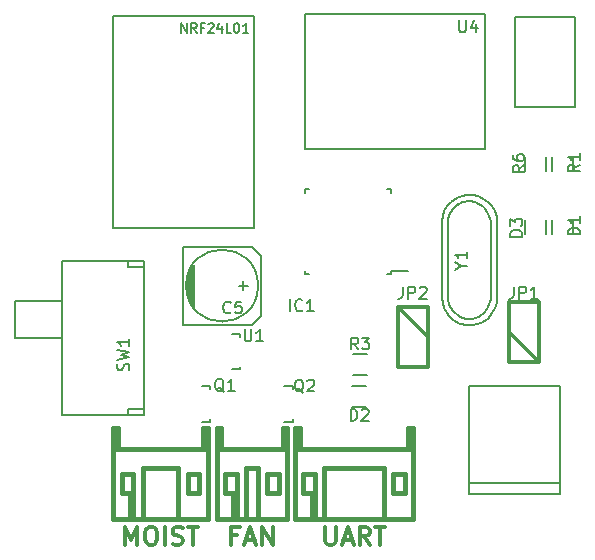
<source format=gto>
G04 #@! TF.FileFunction,Legend,Top*
%FSLAX46Y46*%
G04 Gerber Fmt 4.6, Leading zero omitted, Abs format (unit mm)*
G04 Created by KiCad (PCBNEW 4.0.2+e4-6225~38~ubuntu14.04.1-stable) date Sat Jul  9 19:21:58 2016*
%MOMM*%
G01*
G04 APERTURE LIST*
%ADD10C,0.150000*%
%ADD11C,0.200000*%
%ADD12C,0.381000*%
%ADD13C,0.304800*%
%ADD14C,0.203200*%
G04 APERTURE END LIST*
D10*
D11*
X6070952Y38055595D02*
X6070952Y38855595D01*
X6528095Y38055595D01*
X6528095Y38855595D01*
X7366190Y38055595D02*
X7099523Y38436548D01*
X6909047Y38055595D02*
X6909047Y38855595D01*
X7213809Y38855595D01*
X7290000Y38817500D01*
X7328095Y38779405D01*
X7366190Y38703214D01*
X7366190Y38588929D01*
X7328095Y38512738D01*
X7290000Y38474643D01*
X7213809Y38436548D01*
X6909047Y38436548D01*
X7975714Y38474643D02*
X7709047Y38474643D01*
X7709047Y38055595D02*
X7709047Y38855595D01*
X8090000Y38855595D01*
X8356666Y38779405D02*
X8394761Y38817500D01*
X8470952Y38855595D01*
X8661428Y38855595D01*
X8737618Y38817500D01*
X8775714Y38779405D01*
X8813809Y38703214D01*
X8813809Y38627024D01*
X8775714Y38512738D01*
X8318571Y38055595D01*
X8813809Y38055595D01*
X9499523Y38588929D02*
X9499523Y38055595D01*
X9309047Y38893690D02*
X9118571Y38322262D01*
X9613809Y38322262D01*
X10299524Y38055595D02*
X9918571Y38055595D01*
X9918571Y38855595D01*
X10718571Y38855595D02*
X10794762Y38855595D01*
X10870952Y38817500D01*
X10909047Y38779405D01*
X10947143Y38703214D01*
X10985238Y38550833D01*
X10985238Y38360357D01*
X10947143Y38207976D01*
X10909047Y38131786D01*
X10870952Y38093690D01*
X10794762Y38055595D01*
X10718571Y38055595D01*
X10642381Y38093690D01*
X10604285Y38131786D01*
X10566190Y38207976D01*
X10528095Y38360357D01*
X10528095Y38550833D01*
X10566190Y38703214D01*
X10604285Y38779405D01*
X10642381Y38817500D01*
X10718571Y38855595D01*
X11747143Y38055595D02*
X11290000Y38055595D01*
X11518571Y38055595D02*
X11518571Y38855595D01*
X11442381Y38741310D01*
X11366190Y38665119D01*
X11290000Y38627024D01*
D12*
X17401540Y-924560D02*
X17401540Y-3124200D01*
X17401540Y-3124200D02*
X17101820Y-3124200D01*
X17101820Y-3124200D02*
X17101820Y-924560D01*
X23200360Y1176020D02*
X18201640Y1176020D01*
X15699740Y-3124200D02*
X25702260Y-3124200D01*
X15699740Y2776220D02*
X25702260Y2776220D01*
X23200360Y1176020D02*
X23200360Y-3124200D01*
X18199100Y1176020D02*
X18199100Y-3124200D01*
X23997920Y-924560D02*
X23997920Y675640D01*
X24998680Y-924560D02*
X23997920Y-924560D01*
X24998680Y675640D02*
X24998680Y-924560D01*
X23997920Y675640D02*
X24998680Y675640D01*
X16398240Y675640D02*
X17399000Y675640D01*
X17399000Y675640D02*
X17399000Y-924560D01*
X17399000Y-924560D02*
X16398240Y-924560D01*
X16398240Y-924560D02*
X16398240Y675640D01*
X25499060Y4574540D02*
X25499060Y2776220D01*
X15902940Y4574540D02*
X15902940Y2776220D01*
X25699720Y-3124200D02*
X25699720Y4574540D01*
X25699720Y4574540D02*
X25300940Y4574540D01*
X25300940Y4574540D02*
X25300940Y2776220D01*
X16101060Y2776220D02*
X16101060Y4574540D01*
X16101060Y4574540D02*
X15702280Y4574540D01*
X15702280Y4574540D02*
X15702280Y-3124200D01*
X10764520Y-924560D02*
X10764520Y-3124200D01*
X10764520Y-3124200D02*
X10464800Y-3124200D01*
X10464800Y-3124200D02*
X10464800Y-924560D01*
X12565380Y1176020D02*
X12565380Y-3124200D01*
X11564620Y1176020D02*
X11564620Y-3124200D01*
X12565380Y1176020D02*
X11564620Y1176020D01*
X13362940Y-924560D02*
X13362940Y675640D01*
X14363700Y-924560D02*
X13362940Y-924560D01*
X14363700Y675640D02*
X14363700Y-924560D01*
X13362940Y675640D02*
X14363700Y675640D01*
X9763760Y675640D02*
X10764520Y675640D01*
X10764520Y675640D02*
X10764520Y-924560D01*
X10764520Y-924560D02*
X9763760Y-924560D01*
X9763760Y-924560D02*
X9763760Y675640D01*
X15064740Y2776220D02*
X9065260Y2776220D01*
X14864080Y4574540D02*
X14864080Y2776220D01*
X9265920Y4574540D02*
X9265920Y2776220D01*
X9065260Y-3124200D02*
X15064740Y-3124200D01*
X15064740Y-3124200D02*
X15064740Y4574540D01*
X15064740Y4574540D02*
X14665960Y4574540D01*
X14665960Y4574540D02*
X14665960Y2776220D01*
X9464040Y2776220D02*
X9464040Y4574540D01*
X9464040Y4574540D02*
X9065260Y4574540D01*
X9065260Y4574540D02*
X9065260Y-3124200D01*
D10*
X7823200Y8103820D02*
X8524240Y8103820D01*
X8524240Y8103820D02*
X8524240Y7854900D01*
X8524240Y5304840D02*
X8524240Y5104180D01*
X8524240Y5104180D02*
X7823200Y5104180D01*
X14808200Y8103820D02*
X15509240Y8103820D01*
X15509240Y8103820D02*
X15509240Y7854900D01*
X15509240Y5304840D02*
X15509240Y5104180D01*
X15509240Y5104180D02*
X14808200Y5104180D01*
X10363200Y12548820D02*
X11064240Y12548820D01*
X11064240Y12548820D02*
X11064240Y12299900D01*
X11064240Y9749840D02*
X11064240Y9549180D01*
X11064240Y9549180D02*
X10363200Y9549180D01*
X272000Y21480000D02*
X272000Y39480000D01*
X272000Y39480000D02*
X12272000Y39480000D01*
X12272000Y39480000D02*
X12272000Y21480000D01*
X12272000Y21480000D02*
X272000Y21480000D01*
X30439360Y-43180D02*
X38140640Y-43180D01*
X30439360Y-1043940D02*
X38140640Y-1043940D01*
X38140640Y-1043940D02*
X38140640Y8155940D01*
X38140640Y8155940D02*
X30439360Y8155940D01*
X30439360Y8155940D02*
X30439360Y-1043940D01*
X39370000Y39370000D02*
X34290000Y39370000D01*
X34290000Y39370000D02*
X34290000Y31750000D01*
X34290000Y31750000D02*
X39370000Y31750000D01*
X39370000Y31750000D02*
X39370000Y39370000D01*
D13*
X36322000Y10160000D02*
X33782000Y12700000D01*
X36322000Y15240000D02*
X36322000Y10160000D01*
X33782000Y10160000D02*
X33782000Y15240000D01*
X36322000Y10160000D02*
X33782000Y10160000D01*
X33782000Y15240000D02*
X36322000Y15240000D01*
D10*
X-4000000Y12192000D02*
X-8000000Y12192000D01*
X-8000000Y12192000D02*
X-8000000Y15292000D01*
X-8000000Y15292000D02*
X-4000000Y15292000D01*
X1600000Y18692000D02*
X1600000Y18192000D01*
X1600000Y18192000D02*
X2900000Y18192000D01*
X1600000Y5692000D02*
X1600000Y6192000D01*
X1600000Y6192000D02*
X2900000Y6192000D01*
X-2900000Y18692000D02*
X-4000000Y18692000D01*
X-2900000Y5692000D02*
X-4000000Y5692000D01*
X0Y18692000D02*
X-2900000Y18692000D01*
X-4000000Y18692000D02*
X-4000000Y5692000D01*
X-2900000Y5692000D02*
X2900000Y5692000D01*
X2900000Y5692000D02*
X2900000Y18692000D01*
X2900000Y18692000D02*
X0Y18692000D01*
D12*
X2016760Y-924560D02*
X2016760Y-3124200D01*
X2016760Y-3124200D02*
X1717040Y-3124200D01*
X1717040Y-3124200D02*
X1717040Y-924560D01*
X317500Y2776220D02*
X8318500Y2776220D01*
X2816860Y1176020D02*
X5819140Y1176020D01*
X317500Y-3124200D02*
X8318500Y-3124200D01*
X5816600Y1176020D02*
X5816600Y-3124200D01*
X2816860Y1176020D02*
X2816860Y-3124200D01*
X6614160Y-924560D02*
X6614160Y675640D01*
X7614920Y-924560D02*
X6614160Y-924560D01*
X7614920Y675640D02*
X7614920Y-924560D01*
X6614160Y675640D02*
X7614920Y675640D01*
X1016000Y675640D02*
X2016760Y675640D01*
X2016760Y675640D02*
X2016760Y-924560D01*
X2016760Y-924560D02*
X1016000Y-924560D01*
X1016000Y-924560D02*
X1016000Y675640D01*
X8117840Y4574540D02*
X8117840Y2776220D01*
X518160Y4574540D02*
X518160Y2776220D01*
X8318500Y-3124200D02*
X8318500Y4574540D01*
X8318500Y4574540D02*
X7919720Y4574540D01*
X7919720Y4574540D02*
X7919720Y2776220D01*
X716280Y2776220D02*
X716280Y4574540D01*
X716280Y4574540D02*
X317500Y4574540D01*
X317500Y4574540D02*
X317500Y-3124200D01*
D10*
X23818000Y17584000D02*
X23818000Y17909000D01*
X16568000Y17584000D02*
X16568000Y17909000D01*
X16568000Y24834000D02*
X16568000Y24509000D01*
X23818000Y24834000D02*
X23818000Y24509000D01*
X23818000Y17584000D02*
X23493000Y17584000D01*
X23818000Y24834000D02*
X23493000Y24834000D01*
X16568000Y24834000D02*
X16893000Y24834000D01*
X16568000Y17584000D02*
X16893000Y17584000D01*
X23818000Y17909000D02*
X25243000Y17909000D01*
X6604000Y17399000D02*
X6604000Y15875000D01*
X6731000Y15494000D02*
X6731000Y17780000D01*
X6858000Y18034000D02*
X6858000Y15240000D01*
X6985000Y14986000D02*
X6985000Y18288000D01*
X7112000Y18415000D02*
X7112000Y14859000D01*
X6223000Y19939000D02*
X6223000Y13335000D01*
X6223000Y13335000D02*
X12065000Y13335000D01*
X12065000Y13335000D02*
X12827000Y14097000D01*
X12827000Y14097000D02*
X12827000Y19177000D01*
X12827000Y19177000D02*
X12065000Y19939000D01*
X12065000Y19939000D02*
X6223000Y19939000D01*
X11684000Y16637000D02*
X10922000Y16637000D01*
X11303000Y17018000D02*
X11303000Y16256000D01*
X12573000Y16637000D02*
G75*
G03X12573000Y16637000I-3048000J0D01*
G01*
X39229000Y22190000D02*
X39229000Y20990000D01*
X37479000Y20990000D02*
X37479000Y22190000D01*
X20529000Y8114000D02*
X21729000Y8114000D01*
X21729000Y6364000D02*
X20529000Y6364000D01*
X35193000Y20990000D02*
X35193000Y22190000D01*
X36943000Y22190000D02*
X36943000Y20990000D01*
X37479000Y26324000D02*
X37479000Y27524000D01*
X39229000Y27524000D02*
X39229000Y26324000D01*
X21809000Y9094500D02*
X20609000Y9094500D01*
X20609000Y10844500D02*
X21809000Y10844500D01*
X36943000Y27524000D02*
X36943000Y26324000D01*
X35193000Y26324000D02*
X35193000Y27524000D01*
X31750000Y28194000D02*
X31750000Y39624000D01*
X31750000Y39624000D02*
X16510000Y39624000D01*
X16510000Y39624000D02*
X16510000Y28194000D01*
X16510000Y28194000D02*
X31750000Y28194000D01*
X29479240Y23495000D02*
X29880560Y23695660D01*
X29880560Y23695660D02*
X30480000Y23797260D01*
X30480000Y23797260D02*
X30980380Y23695660D01*
X30980380Y23695660D02*
X31678880Y23296880D01*
X31678880Y23296880D02*
X32080200Y22694900D01*
X32080200Y22694900D02*
X32280860Y22095460D01*
X32280860Y22095460D02*
X32280860Y15496540D01*
X32280860Y15496540D02*
X32080200Y14795500D01*
X32080200Y14795500D02*
X31780480Y14396720D01*
X31780480Y14396720D02*
X31280100Y13995400D01*
X31280100Y13995400D02*
X30680660Y13794740D01*
X30680660Y13794740D02*
X30180280Y13794740D01*
X30180280Y13794740D02*
X29679900Y13995400D01*
X29679900Y13995400D02*
X29080460Y14495780D01*
X29080460Y14495780D02*
X28780740Y14996160D01*
X28780740Y14996160D02*
X28679140Y15496540D01*
X28679140Y15595600D02*
X28679140Y22197060D01*
X28679140Y22197060D02*
X28780740Y22595840D01*
X28780740Y22595840D02*
X29080460Y23096220D01*
X29080460Y23096220D02*
X29580840Y23596600D01*
X28150820Y15605760D02*
X28199080Y15146020D01*
X28199080Y15146020D02*
X28310840Y14747240D01*
X28310840Y14747240D02*
X28529280Y14315440D01*
X28529280Y14315440D02*
X28760420Y14025880D01*
X28760420Y14025880D02*
X29110940Y13695680D01*
X29110940Y13695680D02*
X29649420Y13406120D01*
X29649420Y13406120D02*
X30248860Y13276580D01*
X30248860Y13276580D02*
X30759400Y13276580D01*
X30759400Y13276580D02*
X31460440Y13446760D01*
X31460440Y13446760D02*
X32049720Y13845540D01*
X32049720Y13845540D02*
X32420560Y14305280D01*
X32420560Y14305280D02*
X32628840Y14726920D01*
X32628840Y14726920D02*
X32788860Y15176500D01*
X32788860Y15176500D02*
X32819340Y15615920D01*
X32600900Y22956520D02*
X32379920Y23334980D01*
X32379920Y23334980D02*
X32100520Y23655020D01*
X32100520Y23655020D02*
X31770320Y23906480D01*
X31770320Y23906480D02*
X31219140Y24206200D01*
X31219140Y24206200D02*
X30749240Y24315420D01*
X30749240Y24315420D02*
X30289500Y24335740D01*
X30289500Y24335740D02*
X29829760Y24246840D01*
X29829760Y24246840D02*
X29380180Y24056340D01*
X29380180Y24056340D02*
X28910280Y23695660D01*
X28910280Y23695660D02*
X28590240Y23345140D01*
X28590240Y23345140D02*
X28359100Y22956520D01*
X28359100Y22956520D02*
X28219400Y22527260D01*
X28219400Y22527260D02*
X28150820Y22085300D01*
X32809180Y15595600D02*
X32809180Y22047200D01*
X32809180Y22047200D02*
X32771080Y22466300D01*
X32771080Y22466300D02*
X32600900Y22956520D01*
X28150820Y15595600D02*
X28150820Y22047200D01*
D13*
X24384000Y14859000D02*
X26924000Y12319000D01*
X24384000Y9779000D02*
X24384000Y14859000D01*
X26924000Y14859000D02*
X26924000Y9779000D01*
X24384000Y14859000D02*
X26924000Y14859000D01*
X26924000Y9779000D02*
X24384000Y9779000D01*
X18269857Y-3790769D02*
X18269857Y-5024483D01*
X18342429Y-5169626D01*
X18415000Y-5242197D01*
X18560143Y-5314769D01*
X18850429Y-5314769D01*
X18995571Y-5242197D01*
X19068143Y-5169626D01*
X19140714Y-5024483D01*
X19140714Y-3790769D01*
X19793857Y-4879340D02*
X20519571Y-4879340D01*
X19648714Y-5314769D02*
X20156714Y-3790769D01*
X20664714Y-5314769D01*
X22043571Y-5314769D02*
X21535571Y-4589054D01*
X21172714Y-5314769D02*
X21172714Y-3790769D01*
X21753286Y-3790769D01*
X21898428Y-3863340D01*
X21971000Y-3935911D01*
X22043571Y-4081054D01*
X22043571Y-4298769D01*
X21971000Y-4443911D01*
X21898428Y-4516483D01*
X21753286Y-4589054D01*
X21172714Y-4589054D01*
X22479000Y-3790769D02*
X23349857Y-3790769D01*
X22914428Y-5314769D02*
X22914428Y-3790769D01*
X10831286Y-4516483D02*
X10323286Y-4516483D01*
X10323286Y-5314769D02*
X10323286Y-3790769D01*
X11049000Y-3790769D01*
X11557001Y-4879340D02*
X12282715Y-4879340D01*
X11411858Y-5314769D02*
X11919858Y-3790769D01*
X12427858Y-5314769D01*
X12935858Y-5314769D02*
X12935858Y-3790769D01*
X13806715Y-5314769D01*
X13806715Y-3790769D01*
D10*
X9683762Y7643881D02*
X9588524Y7691500D01*
X9493286Y7786738D01*
X9350429Y7929595D01*
X9255190Y7977214D01*
X9159952Y7977214D01*
X9207571Y7739119D02*
X9112333Y7786738D01*
X9017095Y7881976D01*
X8969476Y8072452D01*
X8969476Y8405786D01*
X9017095Y8596262D01*
X9112333Y8691500D01*
X9207571Y8739119D01*
X9398048Y8739119D01*
X9493286Y8691500D01*
X9588524Y8596262D01*
X9636143Y8405786D01*
X9636143Y8072452D01*
X9588524Y7881976D01*
X9493286Y7786738D01*
X9398048Y7739119D01*
X9207571Y7739119D01*
X10588524Y7739119D02*
X10017095Y7739119D01*
X10302809Y7739119D02*
X10302809Y8739119D01*
X10207571Y8596262D01*
X10112333Y8501024D01*
X10017095Y8453405D01*
X16414762Y7580381D02*
X16319524Y7628000D01*
X16224286Y7723238D01*
X16081429Y7866095D01*
X15986190Y7913714D01*
X15890952Y7913714D01*
X15938571Y7675619D02*
X15843333Y7723238D01*
X15748095Y7818476D01*
X15700476Y8008952D01*
X15700476Y8342286D01*
X15748095Y8532762D01*
X15843333Y8628000D01*
X15938571Y8675619D01*
X16129048Y8675619D01*
X16224286Y8628000D01*
X16319524Y8532762D01*
X16367143Y8342286D01*
X16367143Y8008952D01*
X16319524Y7818476D01*
X16224286Y7723238D01*
X16129048Y7675619D01*
X15938571Y7675619D01*
X16748095Y8580381D02*
X16795714Y8628000D01*
X16890952Y8675619D01*
X17129048Y8675619D01*
X17224286Y8628000D01*
X17271905Y8580381D01*
X17319524Y8485143D01*
X17319524Y8389905D01*
X17271905Y8247048D01*
X16700476Y7675619D01*
X17319524Y7675619D01*
X11430095Y12930119D02*
X11430095Y12120595D01*
X11477714Y12025357D01*
X11525333Y11977738D01*
X11620571Y11930119D01*
X11811048Y11930119D01*
X11906286Y11977738D01*
X11953905Y12025357D01*
X12001524Y12120595D01*
X12001524Y12930119D01*
X13001524Y11930119D02*
X12430095Y11930119D01*
X12715809Y11930119D02*
X12715809Y12930119D01*
X12620571Y12787262D01*
X12525333Y12692024D01*
X12430095Y12644405D01*
D14*
X34205333Y16558381D02*
X34205333Y15832667D01*
X34156953Y15687524D01*
X34060191Y15590762D01*
X33915048Y15542381D01*
X33818286Y15542381D01*
X34689143Y15542381D02*
X34689143Y16558381D01*
X35076190Y16558381D01*
X35172952Y16510000D01*
X35221333Y16461619D01*
X35269714Y16364857D01*
X35269714Y16219714D01*
X35221333Y16122952D01*
X35172952Y16074571D01*
X35076190Y16026190D01*
X34689143Y16026190D01*
X36237333Y15542381D02*
X35656762Y15542381D01*
X35947048Y15542381D02*
X35947048Y16558381D01*
X35850286Y16413238D01*
X35753524Y16316476D01*
X35656762Y16268095D01*
D10*
X1611262Y9461667D02*
X1658881Y9604524D01*
X1658881Y9842620D01*
X1611262Y9937858D01*
X1563643Y9985477D01*
X1468405Y10033096D01*
X1373167Y10033096D01*
X1277929Y9985477D01*
X1230310Y9937858D01*
X1182690Y9842620D01*
X1135071Y9652143D01*
X1087452Y9556905D01*
X1039833Y9509286D01*
X944595Y9461667D01*
X849357Y9461667D01*
X754119Y9509286D01*
X706500Y9556905D01*
X658881Y9652143D01*
X658881Y9890239D01*
X706500Y10033096D01*
X658881Y10366429D02*
X1658881Y10604524D01*
X944595Y10795001D01*
X1658881Y10985477D01*
X658881Y11223572D01*
X1658881Y12128334D02*
X1658881Y11556905D01*
X1658881Y11842619D02*
X658881Y11842619D01*
X801738Y11747381D01*
X896976Y11652143D01*
X944595Y11556905D01*
D13*
X1342572Y-5314769D02*
X1342572Y-3790769D01*
X1850572Y-4879340D01*
X2358572Y-3790769D01*
X2358572Y-5314769D01*
X3374572Y-3790769D02*
X3664858Y-3790769D01*
X3810000Y-3863340D01*
X3955143Y-4008483D01*
X4027715Y-4298769D01*
X4027715Y-4806769D01*
X3955143Y-5097054D01*
X3810000Y-5242197D01*
X3664858Y-5314769D01*
X3374572Y-5314769D01*
X3229429Y-5242197D01*
X3084286Y-5097054D01*
X3011715Y-4806769D01*
X3011715Y-4298769D01*
X3084286Y-4008483D01*
X3229429Y-3863340D01*
X3374572Y-3790769D01*
X4680857Y-5314769D02*
X4680857Y-3790769D01*
X5334000Y-5242197D02*
X5551714Y-5314769D01*
X5914571Y-5314769D01*
X6059714Y-5242197D01*
X6132285Y-5169626D01*
X6204857Y-5024483D01*
X6204857Y-4879340D01*
X6132285Y-4734197D01*
X6059714Y-4661626D01*
X5914571Y-4589054D01*
X5624285Y-4516483D01*
X5479143Y-4443911D01*
X5406571Y-4371340D01*
X5334000Y-4226197D01*
X5334000Y-4081054D01*
X5406571Y-3935911D01*
X5479143Y-3863340D01*
X5624285Y-3790769D01*
X5987143Y-3790769D01*
X6204857Y-3863340D01*
X6640286Y-3790769D02*
X7511143Y-3790769D01*
X7075714Y-5314769D02*
X7075714Y-3790769D01*
D10*
X15279810Y14470119D02*
X15279810Y15470119D01*
X16327429Y14565357D02*
X16279810Y14517738D01*
X16136953Y14470119D01*
X16041715Y14470119D01*
X15898857Y14517738D01*
X15803619Y14612976D01*
X15756000Y14708214D01*
X15708381Y14898690D01*
X15708381Y15041548D01*
X15756000Y15232024D01*
X15803619Y15327262D01*
X15898857Y15422500D01*
X16041715Y15470119D01*
X16136953Y15470119D01*
X16279810Y15422500D01*
X16327429Y15374881D01*
X17279810Y14470119D02*
X16708381Y14470119D01*
X16994095Y14470119D02*
X16994095Y15470119D01*
X16898857Y15327262D01*
X16803619Y15232024D01*
X16708381Y15184405D01*
X10247334Y14374857D02*
X10199715Y14327238D01*
X10056858Y14279619D01*
X9961620Y14279619D01*
X9818762Y14327238D01*
X9723524Y14422476D01*
X9675905Y14517714D01*
X9628286Y14708190D01*
X9628286Y14851048D01*
X9675905Y15041524D01*
X9723524Y15136762D01*
X9818762Y15232000D01*
X9961620Y15279619D01*
X10056858Y15279619D01*
X10199715Y15232000D01*
X10247334Y15184381D01*
X11152096Y15279619D02*
X10675905Y15279619D01*
X10628286Y14803429D01*
X10675905Y14851048D01*
X10771143Y14898667D01*
X11009239Y14898667D01*
X11104477Y14851048D01*
X11152096Y14803429D01*
X11199715Y14708190D01*
X11199715Y14470095D01*
X11152096Y14374857D01*
X11104477Y14327238D01*
X11009239Y14279619D01*
X10771143Y14279619D01*
X10675905Y14327238D01*
X10628286Y14374857D01*
X39822381Y20978905D02*
X38822381Y20978905D01*
X38822381Y21217000D01*
X38870000Y21359858D01*
X38965238Y21455096D01*
X39060476Y21502715D01*
X39250952Y21550334D01*
X39393810Y21550334D01*
X39584286Y21502715D01*
X39679524Y21455096D01*
X39774762Y21359858D01*
X39822381Y21217000D01*
X39822381Y20978905D01*
X39822381Y22502715D02*
X39822381Y21931286D01*
X39822381Y22217000D02*
X38822381Y22217000D01*
X38965238Y22121762D01*
X39060476Y22026524D01*
X39108095Y21931286D01*
X20407405Y5199119D02*
X20407405Y6199119D01*
X20645500Y6199119D01*
X20788358Y6151500D01*
X20883596Y6056262D01*
X20931215Y5961024D01*
X20978834Y5770548D01*
X20978834Y5627690D01*
X20931215Y5437214D01*
X20883596Y5341976D01*
X20788358Y5246738D01*
X20645500Y5199119D01*
X20407405Y5199119D01*
X21359786Y6103881D02*
X21407405Y6151500D01*
X21502643Y6199119D01*
X21740739Y6199119D01*
X21835977Y6151500D01*
X21883596Y6103881D01*
X21931215Y6008643D01*
X21931215Y5913405D01*
X21883596Y5770548D01*
X21312167Y5199119D01*
X21931215Y5199119D01*
X34932881Y20788405D02*
X33932881Y20788405D01*
X33932881Y21026500D01*
X33980500Y21169358D01*
X34075738Y21264596D01*
X34170976Y21312215D01*
X34361452Y21359834D01*
X34504310Y21359834D01*
X34694786Y21312215D01*
X34790024Y21264596D01*
X34885262Y21169358D01*
X34932881Y21026500D01*
X34932881Y20788405D01*
X33932881Y21693167D02*
X33932881Y22312215D01*
X34313833Y21978881D01*
X34313833Y22121739D01*
X34361452Y22216977D01*
X34409071Y22264596D01*
X34504310Y22312215D01*
X34742405Y22312215D01*
X34837643Y22264596D01*
X34885262Y22216977D01*
X34932881Y22121739D01*
X34932881Y21836024D01*
X34885262Y21740786D01*
X34837643Y21693167D01*
X39822381Y26884334D02*
X39346190Y26551000D01*
X39822381Y26312905D02*
X38822381Y26312905D01*
X38822381Y26693858D01*
X38870000Y26789096D01*
X38917619Y26836715D01*
X39012857Y26884334D01*
X39155714Y26884334D01*
X39250952Y26836715D01*
X39298571Y26789096D01*
X39346190Y26693858D01*
X39346190Y26312905D01*
X39822381Y27836715D02*
X39822381Y27265286D01*
X39822381Y27551000D02*
X38822381Y27551000D01*
X38965238Y27455762D01*
X39060476Y27360524D01*
X39108095Y27265286D01*
X21042334Y11231619D02*
X20709000Y11707810D01*
X20470905Y11231619D02*
X20470905Y12231619D01*
X20851858Y12231619D01*
X20947096Y12184000D01*
X20994715Y12136381D01*
X21042334Y12041143D01*
X21042334Y11898286D01*
X20994715Y11803048D01*
X20947096Y11755429D01*
X20851858Y11707810D01*
X20470905Y11707810D01*
X21375667Y12231619D02*
X21994715Y12231619D01*
X21661381Y11850667D01*
X21804239Y11850667D01*
X21899477Y11803048D01*
X21947096Y11755429D01*
X21994715Y11660190D01*
X21994715Y11422095D01*
X21947096Y11326857D01*
X21899477Y11279238D01*
X21804239Y11231619D01*
X21518524Y11231619D01*
X21423286Y11279238D01*
X21375667Y11326857D01*
X35123381Y26820834D02*
X34647190Y26487500D01*
X35123381Y26249405D02*
X34123381Y26249405D01*
X34123381Y26630358D01*
X34171000Y26725596D01*
X34218619Y26773215D01*
X34313857Y26820834D01*
X34456714Y26820834D01*
X34551952Y26773215D01*
X34599571Y26725596D01*
X34647190Y26630358D01*
X34647190Y26249405D01*
X34123381Y27677977D02*
X34123381Y27487500D01*
X34171000Y27392262D01*
X34218619Y27344643D01*
X34361476Y27249405D01*
X34551952Y27201786D01*
X34932905Y27201786D01*
X35028143Y27249405D01*
X35075762Y27297024D01*
X35123381Y27392262D01*
X35123381Y27582739D01*
X35075762Y27677977D01*
X35028143Y27725596D01*
X34932905Y27773215D01*
X34694810Y27773215D01*
X34599571Y27725596D01*
X34551952Y27677977D01*
X34504333Y27582739D01*
X34504333Y27392262D01*
X34551952Y27297024D01*
X34599571Y27249405D01*
X34694810Y27201786D01*
X29591095Y39092119D02*
X29591095Y38282595D01*
X29638714Y38187357D01*
X29686333Y38139738D01*
X29781571Y38092119D01*
X29972048Y38092119D01*
X30067286Y38139738D01*
X30114905Y38187357D01*
X30162524Y38282595D01*
X30162524Y39092119D01*
X31067286Y38758786D02*
X31067286Y38092119D01*
X30829190Y39139738D02*
X30591095Y38425452D01*
X31210143Y38425452D01*
X29757690Y18319809D02*
X30233881Y18319809D01*
X29233881Y17986476D02*
X29757690Y18319809D01*
X29233881Y18653143D01*
X30233881Y19510286D02*
X30233881Y18938857D01*
X30233881Y19224571D02*
X29233881Y19224571D01*
X29376738Y19129333D01*
X29471976Y19034095D01*
X29519595Y18938857D01*
D14*
X24807333Y16558381D02*
X24807333Y15832667D01*
X24758953Y15687524D01*
X24662191Y15590762D01*
X24517048Y15542381D01*
X24420286Y15542381D01*
X25291143Y15542381D02*
X25291143Y16558381D01*
X25678190Y16558381D01*
X25774952Y16510000D01*
X25823333Y16461619D01*
X25871714Y16364857D01*
X25871714Y16219714D01*
X25823333Y16122952D01*
X25774952Y16074571D01*
X25678190Y16026190D01*
X25291143Y16026190D01*
X26258762Y16461619D02*
X26307143Y16510000D01*
X26403905Y16558381D01*
X26645809Y16558381D01*
X26742571Y16510000D01*
X26790952Y16461619D01*
X26839333Y16364857D01*
X26839333Y16268095D01*
X26790952Y16122952D01*
X26210381Y15542381D01*
X26839333Y15542381D01*
M02*

</source>
